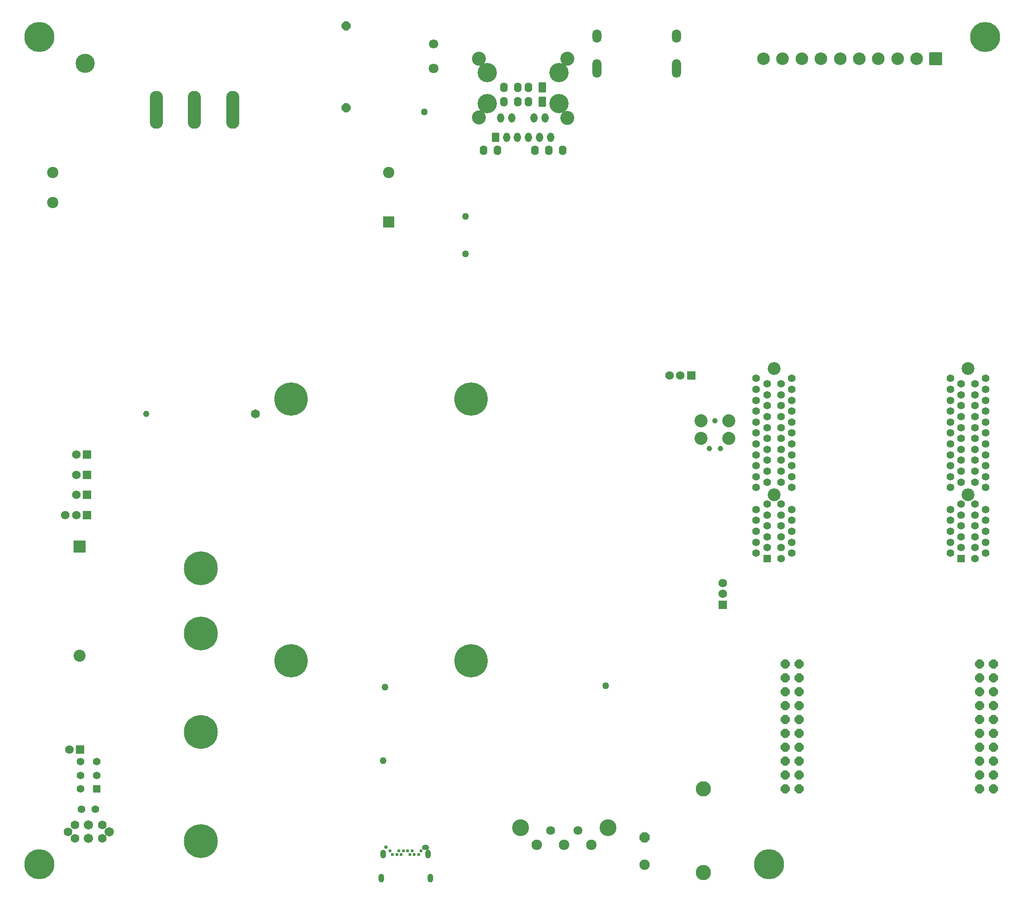
<source format=gbs>
%TF.GenerationSoftware,KiCad,Pcbnew,9.0.5-9.0.5~ubuntu24.04.1*%
%TF.CreationDate,2025-10-11T17:02:06+02:00*%
%TF.ProjectId,BB3plus test mainboard,42423370-6c75-4732-9074-657374206d61,r1B1*%
%TF.SameCoordinates,Original*%
%TF.FileFunction,Soldermask,Bot*%
%TF.FilePolarity,Negative*%
%FSLAX46Y46*%
G04 Gerber Fmt 4.6, Leading zero omitted, Abs format (unit mm)*
G04 Created by KiCad (PCBNEW 9.0.5-9.0.5~ubuntu24.04.1) date 2025-10-11 17:02:06*
%MOMM*%
%LPD*%
G01*
G04 APERTURE LIST*
G04 Aperture macros list*
%AMRoundRect*
0 Rectangle with rounded corners*
0 $1 Rounding radius*
0 $2 $3 $4 $5 $6 $7 $8 $9 X,Y pos of 4 corners*
0 Add a 4 corners polygon primitive as box body*
4,1,4,$2,$3,$4,$5,$6,$7,$8,$9,$2,$3,0*
0 Add four circle primitives for the rounded corners*
1,1,$1+$1,$2,$3*
1,1,$1+$1,$4,$5*
1,1,$1+$1,$6,$7*
1,1,$1+$1,$8,$9*
0 Add four rect primitives between the rounded corners*
20,1,$1+$1,$2,$3,$4,$5,0*
20,1,$1+$1,$4,$5,$6,$7,0*
20,1,$1+$1,$6,$7,$8,$9,0*
20,1,$1+$1,$8,$9,$2,$3,0*%
%AMFreePoly0*
4,1,17,0.413137,0.933901,0.933901,0.413137,0.952500,0.368236,0.952500,-0.368236,0.933901,-0.413137,0.413137,-0.933901,0.368236,-0.952500,-0.368236,-0.952500,-0.413137,-0.933901,-0.933901,-0.413137,-0.952500,-0.368236,-0.952500,0.368236,-0.933901,0.413137,-0.413137,0.933901,-0.368236,0.952500,0.368236,0.952500,0.413137,0.933901,0.413137,0.933901,$1*%
%AMFreePoly1*
4,1,17,0.355561,0.794901,0.794901,0.355561,0.813500,0.310660,0.813500,-0.310660,0.794901,-0.355561,0.355561,-0.794901,0.310660,-0.813500,-0.310660,-0.813500,-0.355561,-0.794901,-0.794901,-0.355561,-0.813500,-0.310660,-0.813500,0.310660,-0.794901,0.355561,-0.355561,0.794901,-0.310660,0.813500,0.310660,0.813500,0.355561,0.794901,0.355561,0.794901,$1*%
%AMFreePoly2*
4,1,17,0.360532,0.806901,0.806901,0.360532,0.825500,0.315631,0.825500,-0.315631,0.806901,-0.360532,0.360532,-0.806901,0.315631,-0.825500,-0.315631,-0.825500,-0.360532,-0.806901,-0.806901,-0.360532,-0.825500,-0.315631,-0.825500,0.315631,-0.806901,0.360532,-0.360532,0.806901,-0.315631,0.825500,0.315631,0.825500,0.360532,0.806901,0.360532,0.806901,$1*%
G04 Aperture macros list end*
%ADD10C,0.010000*%
%ADD11R,1.400000X1.400000*%
%ADD12C,1.400000*%
%ADD13RoundRect,0.102000X0.679000X0.679000X-0.679000X0.679000X-0.679000X-0.679000X0.679000X-0.679000X0*%
%ADD14C,1.562000*%
%ADD15C,0.650000*%
%ADD16C,0.600000*%
%ADD17O,1.004000X1.604000*%
%ADD18RoundRect,0.102000X0.679000X-0.679000X0.679000X0.679000X-0.679000X0.679000X-0.679000X-0.679000X0*%
%ADD19C,1.270000*%
%ADD20RoundRect,0.102000X0.550000X0.750000X-0.550000X0.750000X-0.550000X-0.750000X0.550000X-0.750000X0*%
%ADD21O,1.304000X1.704000*%
%ADD22O,1.404000X1.804000*%
%ADD23RoundRect,0.102000X0.600000X0.800000X-0.600000X0.800000X-0.600000X-0.800000X0.600000X-0.800000X0*%
%ADD24C,2.559000*%
%ADD25C,3.530000*%
%ADD26C,5.500000*%
%ADD27C,2.350000*%
%ADD28RoundRect,0.102000X-0.604000X0.604000X-0.604000X-0.604000X0.604000X-0.604000X0.604000X0.604000X0*%
%ADD29C,1.412000*%
%ADD30FreePoly0,0.000000*%
%ADD31C,1.905000*%
%ADD32C,3.500000*%
%ADD33O,2.400000X4.500000*%
%ADD34C,1.927000*%
%ADD35C,1.627000*%
%ADD36C,3.089000*%
%ADD37C,1.150000*%
%ADD38C,1.650000*%
%ADD39C,6.200000*%
%ADD40C,1.604000*%
%ADD41C,1.704000*%
%ADD42R,2.200000X2.200000*%
%ADD43C,2.200000*%
%ADD44C,1.700000*%
%ADD45C,1.800000*%
%ADD46FreePoly1,90.000000*%
%ADD47C,2.387600*%
%ADD48C,0.990600*%
%ADD49C,6.100000*%
%ADD50C,2.064000*%
%ADD51RoundRect,0.102000X-0.930000X-0.930000X0.930000X-0.930000X0.930000X0.930000X-0.930000X0.930000X0*%
%ADD52FreePoly2,90.000000*%
%ADD53RoundRect,0.102000X1.050000X1.050000X-1.050000X1.050000X-1.050000X-1.050000X1.050000X-1.050000X0*%
%ADD54C,2.304000*%
%ADD55C,2.800000*%
%ADD56O,1.652400X3.452400*%
%ADD57O,1.652400X2.452400*%
G04 APERTURE END LIST*
D10*
X367772000Y-170936000D02*
X367794000Y-170937000D01*
X367816000Y-170940000D01*
X367838000Y-170944000D01*
X367860000Y-170949000D01*
X367881000Y-170956000D01*
X367902000Y-170963000D01*
X367923000Y-170972000D01*
X367943000Y-170981000D01*
X367962000Y-170992000D01*
X367981000Y-171004000D01*
X368000000Y-171016000D01*
X368017000Y-171030000D01*
X368034000Y-171044000D01*
X368051000Y-171059000D01*
X368066000Y-171076000D01*
X368080000Y-171093000D01*
X368094000Y-171110000D01*
X368106000Y-171129000D01*
X368118000Y-171147000D01*
X368129000Y-171167000D01*
X368138000Y-171187000D01*
X368147000Y-171208000D01*
X368154000Y-171229000D01*
X368161000Y-171250000D01*
X368166000Y-171272000D01*
X368170000Y-171294000D01*
X368173000Y-171316000D01*
X368174000Y-171338000D01*
X368175000Y-171360000D01*
X368174000Y-171382000D01*
X368173000Y-171404000D01*
X368170000Y-171426000D01*
X368166000Y-171448000D01*
X368161000Y-171470000D01*
X368154000Y-171491000D01*
X368147000Y-171512000D01*
X368138000Y-171533000D01*
X368129000Y-171553000D01*
X368118000Y-171572000D01*
X368106000Y-171591000D01*
X368094000Y-171610000D01*
X368080000Y-171627000D01*
X368066000Y-171644000D01*
X368051000Y-171661000D01*
X368034000Y-171676000D01*
X368017000Y-171690000D01*
X368000000Y-171704000D01*
X367981000Y-171716000D01*
X367962000Y-171728000D01*
X367943000Y-171739000D01*
X367923000Y-171748000D01*
X367902000Y-171757000D01*
X367881000Y-171764000D01*
X367860000Y-171771000D01*
X367838000Y-171776000D01*
X367816000Y-171780000D01*
X367794000Y-171783000D01*
X367772000Y-171784000D01*
X367750000Y-171785000D01*
X367450000Y-171785000D01*
X367428000Y-171784000D01*
X367406000Y-171783000D01*
X367384000Y-171780000D01*
X367362000Y-171776000D01*
X367340000Y-171771000D01*
X367319000Y-171764000D01*
X367298000Y-171757000D01*
X367277000Y-171748000D01*
X367257000Y-171739000D01*
X367237000Y-171728000D01*
X367219000Y-171716000D01*
X367200000Y-171704000D01*
X367183000Y-171690000D01*
X367166000Y-171676000D01*
X367149000Y-171661000D01*
X367134000Y-171644000D01*
X367120000Y-171627000D01*
X367106000Y-171610000D01*
X367094000Y-171591000D01*
X367082000Y-171572000D01*
X367071000Y-171553000D01*
X367062000Y-171533000D01*
X367053000Y-171512000D01*
X367046000Y-171491000D01*
X367039000Y-171470000D01*
X367034000Y-171448000D01*
X367030000Y-171426000D01*
X367027000Y-171404000D01*
X367026000Y-171382000D01*
X367025000Y-171360000D01*
X367026000Y-171338000D01*
X367027000Y-171316000D01*
X367030000Y-171294000D01*
X367034000Y-171272000D01*
X367039000Y-171250000D01*
X367046000Y-171229000D01*
X367053000Y-171208000D01*
X367062000Y-171187000D01*
X367071000Y-171167000D01*
X367082000Y-171147000D01*
X367094000Y-171129000D01*
X367106000Y-171110000D01*
X367120000Y-171093000D01*
X367134000Y-171076000D01*
X367149000Y-171059000D01*
X367166000Y-171044000D01*
X367183000Y-171030000D01*
X367200000Y-171016000D01*
X367219000Y-171004000D01*
X367237000Y-170992000D01*
X367257000Y-170981000D01*
X367277000Y-170972000D01*
X367298000Y-170963000D01*
X367319000Y-170956000D01*
X367340000Y-170949000D01*
X367362000Y-170944000D01*
X367384000Y-170940000D01*
X367406000Y-170937000D01*
X367428000Y-170936000D01*
X367450000Y-170935000D01*
X367750000Y-170935000D01*
X367772000Y-170936000D01*
G36*
X367772000Y-170936000D02*
G01*
X367794000Y-170937000D01*
X367816000Y-170940000D01*
X367838000Y-170944000D01*
X367860000Y-170949000D01*
X367881000Y-170956000D01*
X367902000Y-170963000D01*
X367923000Y-170972000D01*
X367943000Y-170981000D01*
X367962000Y-170992000D01*
X367981000Y-171004000D01*
X368000000Y-171016000D01*
X368017000Y-171030000D01*
X368034000Y-171044000D01*
X368051000Y-171059000D01*
X368066000Y-171076000D01*
X368080000Y-171093000D01*
X368094000Y-171110000D01*
X368106000Y-171129000D01*
X368118000Y-171147000D01*
X368129000Y-171167000D01*
X368138000Y-171187000D01*
X368147000Y-171208000D01*
X368154000Y-171229000D01*
X368161000Y-171250000D01*
X368166000Y-171272000D01*
X368170000Y-171294000D01*
X368173000Y-171316000D01*
X368174000Y-171338000D01*
X368175000Y-171360000D01*
X368174000Y-171382000D01*
X368173000Y-171404000D01*
X368170000Y-171426000D01*
X368166000Y-171448000D01*
X368161000Y-171470000D01*
X368154000Y-171491000D01*
X368147000Y-171512000D01*
X368138000Y-171533000D01*
X368129000Y-171553000D01*
X368118000Y-171572000D01*
X368106000Y-171591000D01*
X368094000Y-171610000D01*
X368080000Y-171627000D01*
X368066000Y-171644000D01*
X368051000Y-171661000D01*
X368034000Y-171676000D01*
X368017000Y-171690000D01*
X368000000Y-171704000D01*
X367981000Y-171716000D01*
X367962000Y-171728000D01*
X367943000Y-171739000D01*
X367923000Y-171748000D01*
X367902000Y-171757000D01*
X367881000Y-171764000D01*
X367860000Y-171771000D01*
X367838000Y-171776000D01*
X367816000Y-171780000D01*
X367794000Y-171783000D01*
X367772000Y-171784000D01*
X367750000Y-171785000D01*
X367450000Y-171785000D01*
X367428000Y-171784000D01*
X367406000Y-171783000D01*
X367384000Y-171780000D01*
X367362000Y-171776000D01*
X367340000Y-171771000D01*
X367319000Y-171764000D01*
X367298000Y-171757000D01*
X367277000Y-171748000D01*
X367257000Y-171739000D01*
X367237000Y-171728000D01*
X367219000Y-171716000D01*
X367200000Y-171704000D01*
X367183000Y-171690000D01*
X367166000Y-171676000D01*
X367149000Y-171661000D01*
X367134000Y-171644000D01*
X367120000Y-171627000D01*
X367106000Y-171610000D01*
X367094000Y-171591000D01*
X367082000Y-171572000D01*
X367071000Y-171553000D01*
X367062000Y-171533000D01*
X367053000Y-171512000D01*
X367046000Y-171491000D01*
X367039000Y-171470000D01*
X367034000Y-171448000D01*
X367030000Y-171426000D01*
X367027000Y-171404000D01*
X367026000Y-171382000D01*
X367025000Y-171360000D01*
X367026000Y-171338000D01*
X367027000Y-171316000D01*
X367030000Y-171294000D01*
X367034000Y-171272000D01*
X367039000Y-171250000D01*
X367046000Y-171229000D01*
X367053000Y-171208000D01*
X367062000Y-171187000D01*
X367071000Y-171167000D01*
X367082000Y-171147000D01*
X367094000Y-171129000D01*
X367106000Y-171110000D01*
X367120000Y-171093000D01*
X367134000Y-171076000D01*
X367149000Y-171059000D01*
X367166000Y-171044000D01*
X367183000Y-171030000D01*
X367200000Y-171016000D01*
X367219000Y-171004000D01*
X367237000Y-170992000D01*
X367257000Y-170981000D01*
X367277000Y-170972000D01*
X367298000Y-170963000D01*
X367319000Y-170956000D01*
X367340000Y-170949000D01*
X367362000Y-170944000D01*
X367384000Y-170940000D01*
X367406000Y-170937000D01*
X367428000Y-170936000D01*
X367450000Y-170935000D01*
X367750000Y-170935000D01*
X367772000Y-170936000D01*
G37*
D11*
X307500000Y-160700000D03*
D12*
X307500000Y-158200000D03*
X307500000Y-155700000D03*
X304500000Y-160700000D03*
X304500000Y-158200000D03*
X304500000Y-155700000D03*
X307270000Y-164400000D03*
X304730000Y-164400000D03*
D13*
X305740000Y-110513333D03*
D14*
X303740000Y-110513333D03*
X301740000Y-110513333D03*
D15*
X360400000Y-171360000D03*
X367600000Y-171360000D03*
D16*
X366800000Y-172010000D03*
X366400000Y-172710000D03*
X365600000Y-172710000D03*
X365200000Y-172010000D03*
X364800000Y-172710000D03*
X364400000Y-172010000D03*
X363600000Y-172010000D03*
X363200000Y-172710000D03*
X362800000Y-172010000D03*
X362400000Y-172710000D03*
X361600000Y-172710000D03*
X361200000Y-172010000D03*
D17*
X359510000Y-177000000D03*
X359870000Y-172600000D03*
X368130000Y-172600000D03*
X368490000Y-177000000D03*
D13*
X416270000Y-84930000D03*
D14*
X414270000Y-84930000D03*
X412270000Y-84930000D03*
D18*
X422050000Y-126957500D03*
D14*
X422050000Y-124957500D03*
X422050000Y-122957500D03*
D19*
X374990000Y-62720000D03*
D20*
X380425000Y-41330000D03*
D21*
X382455000Y-41330000D03*
X384485000Y-41330000D03*
X386515000Y-41330000D03*
X388545000Y-41330000D03*
X390575000Y-41330000D03*
X381435000Y-37770000D03*
X383470000Y-37770000D03*
X387530000Y-37770000D03*
X389565000Y-37770000D03*
D22*
X378275000Y-43770000D03*
X380815000Y-43770000D03*
X387660000Y-43770000D03*
X390185000Y-43770000D03*
X392725000Y-43770000D03*
D23*
X389005000Y-32190000D03*
D22*
X386505000Y-32190000D03*
X384495000Y-32190000D03*
X381995000Y-32190000D03*
D24*
X393565000Y-26980000D03*
X393555000Y-37770000D03*
D25*
X392065000Y-35180000D03*
X392065000Y-29490000D03*
X378935000Y-35180000D03*
X378935000Y-29490000D03*
D24*
X377445000Y-37700000D03*
X377435000Y-26980000D03*
D23*
X389005000Y-34810000D03*
D22*
X386505000Y-34810000D03*
X384495000Y-34810000D03*
X381995000Y-34810000D03*
D26*
X470000000Y-23000000D03*
D27*
X431415000Y-83700000D03*
X431415000Y-106850000D03*
D28*
X430165000Y-118500000D03*
D29*
X428165000Y-117500000D03*
X430165000Y-116500000D03*
X428165000Y-115500000D03*
X430165000Y-114500000D03*
X428165000Y-113500000D03*
X430165000Y-112500000D03*
X428165000Y-111500000D03*
X430165000Y-110500000D03*
X428165000Y-109500000D03*
X430165000Y-108500000D03*
X428165000Y-105500000D03*
X430165000Y-104500000D03*
X428165000Y-103500000D03*
X430165000Y-102500000D03*
X428165000Y-101500000D03*
X430165000Y-100500000D03*
X428165000Y-99500000D03*
X430165000Y-98500000D03*
X428165000Y-97500000D03*
X430165000Y-96500000D03*
X428165000Y-95500000D03*
X430165000Y-94500000D03*
X428165000Y-93500000D03*
X430165000Y-92500000D03*
X428165000Y-91500000D03*
X430165000Y-90500000D03*
X428165000Y-89500000D03*
X430165000Y-88500000D03*
X428165000Y-87500000D03*
X430165000Y-86500000D03*
X428165000Y-85500000D03*
X432665000Y-118500000D03*
X434665000Y-117500000D03*
X432665000Y-116500000D03*
X434665000Y-115500000D03*
X432665000Y-114500000D03*
X434665000Y-113500000D03*
X432665000Y-112500000D03*
X434665000Y-111500000D03*
X432665000Y-110500000D03*
X434665000Y-109500000D03*
X432665000Y-108500000D03*
X434665000Y-105500000D03*
X432665000Y-104500000D03*
X434665000Y-103500000D03*
X432665000Y-102500000D03*
X434665000Y-101500000D03*
X432665000Y-100500000D03*
X434665000Y-99500000D03*
X432665000Y-98500000D03*
X434665000Y-97500000D03*
X432665000Y-96500000D03*
X434665000Y-95500000D03*
X432665000Y-94500000D03*
X434665000Y-93500000D03*
X432665000Y-92500000D03*
X434665000Y-91500000D03*
X432665000Y-90500000D03*
X434665000Y-89500000D03*
X432665000Y-88500000D03*
X434665000Y-87500000D03*
X432665000Y-86500000D03*
X434665000Y-85500000D03*
D30*
X407710000Y-169570000D03*
D31*
X407710000Y-174570000D03*
D32*
X305380000Y-27830000D03*
D33*
X332380000Y-37530000D03*
X332380000Y-35130000D03*
X318380000Y-37530000D03*
X318380000Y-35130000D03*
X325380000Y-37530000D03*
X325380000Y-35130000D03*
D34*
X388000000Y-170900000D03*
X393000000Y-170900000D03*
X398000000Y-170900000D03*
D35*
X390500000Y-168300000D03*
X395500000Y-168300000D03*
D36*
X401000000Y-167800000D03*
X385000000Y-167800000D03*
D19*
X367400000Y-36710000D03*
D37*
X316500000Y-92000000D03*
D38*
X336500000Y-92000000D03*
D39*
X326500000Y-120250000D03*
X326500000Y-132250000D03*
X326500000Y-150250000D03*
X326500000Y-170250000D03*
D40*
X308500000Y-167250000D03*
D41*
X306000000Y-167250000D03*
D40*
X303500000Y-167250000D03*
X308500000Y-169750000D03*
D41*
X306000000Y-169750000D03*
D40*
X303500000Y-169750000D03*
D41*
X309800000Y-168500000D03*
D40*
X302200000Y-168500000D03*
D13*
X305740000Y-99440000D03*
D14*
X303740000Y-99440000D03*
D42*
X304380000Y-116270000D03*
D43*
X304380000Y-136270000D03*
D44*
X369094889Y-24290761D03*
D45*
X369094889Y-28790761D03*
D19*
X400640000Y-141780000D03*
D26*
X430500000Y-174500000D03*
D13*
X304450000Y-153440000D03*
D14*
X302450000Y-153440000D03*
D13*
X305740000Y-103131111D03*
D14*
X303740000Y-103131111D03*
D46*
X469000000Y-160660000D03*
X471540000Y-160660000D03*
X469000000Y-158120000D03*
X471540000Y-158120000D03*
X469000000Y-155580000D03*
X471540000Y-155580000D03*
X469000000Y-153040000D03*
X471540000Y-153040000D03*
X469000000Y-150500000D03*
X471540000Y-150500000D03*
X469000000Y-147960000D03*
X471540000Y-147960000D03*
X469000000Y-145420000D03*
X471540000Y-145420000D03*
X469000000Y-142880000D03*
X471540000Y-142880000D03*
X469000000Y-140340000D03*
X471540000Y-140340000D03*
X469000000Y-137800000D03*
X471540000Y-137800000D03*
D47*
X423120000Y-93290000D03*
D48*
X420580000Y-93290000D03*
D47*
X418040000Y-93290000D03*
X423120000Y-96465000D03*
X418040000Y-96465000D03*
D48*
X421596000Y-98370000D03*
X419564000Y-98370000D03*
D19*
X360240000Y-142020000D03*
D49*
X343000000Y-89250000D03*
X343000000Y-137250000D03*
X376000000Y-89250000D03*
X376000000Y-137250000D03*
D50*
X299430000Y-47820000D03*
X299430000Y-53320000D03*
D51*
X360930000Y-56820000D03*
D50*
X360930000Y-47820000D03*
D19*
X359900000Y-155500000D03*
D26*
X297000000Y-174500000D03*
X297000000Y-23000000D03*
D52*
X353110000Y-35986000D03*
X353110000Y-21000000D03*
D13*
X305740000Y-106822222D03*
D14*
X303740000Y-106822222D03*
D53*
X461000000Y-27000000D03*
D54*
X457500000Y-27000000D03*
X454000000Y-27000000D03*
X450500000Y-27000000D03*
X447000000Y-27000000D03*
X443500000Y-27000000D03*
X440000000Y-27000000D03*
X436500000Y-27000000D03*
X433000000Y-27000000D03*
X429500000Y-27000000D03*
D55*
X418500000Y-176000000D03*
X418500000Y-160700000D03*
D19*
X374973501Y-55870000D03*
D46*
X433500000Y-160660000D03*
X436040000Y-160660000D03*
X433500000Y-158120000D03*
X436040000Y-158120000D03*
X433500000Y-155580000D03*
X436040000Y-155580000D03*
X433500000Y-153040000D03*
X436040000Y-153040000D03*
X433500000Y-150500000D03*
X436040000Y-150500000D03*
X433500000Y-147960000D03*
X436040000Y-147960000D03*
X433500000Y-145420000D03*
X436040000Y-145420000D03*
X433500000Y-142880000D03*
X436040000Y-142880000D03*
X433500000Y-140340000D03*
X436040000Y-140340000D03*
X433500000Y-137800000D03*
X436040000Y-137800000D03*
D56*
X413544889Y-28750761D03*
D57*
X413544889Y-22790761D03*
D56*
X399044889Y-28750761D03*
D57*
X399044889Y-22790761D03*
D27*
X466915000Y-83700000D03*
X466915000Y-106850000D03*
D28*
X465665000Y-118500000D03*
D29*
X463665000Y-117500000D03*
X465665000Y-116500000D03*
X463665000Y-115500000D03*
X465665000Y-114500000D03*
X463665000Y-113500000D03*
X465665000Y-112500000D03*
X463665000Y-111500000D03*
X465665000Y-110500000D03*
X463665000Y-109500000D03*
X465665000Y-108500000D03*
X463665000Y-105500000D03*
X465665000Y-104500000D03*
X463665000Y-103500000D03*
X465665000Y-102500000D03*
X463665000Y-101500000D03*
X465665000Y-100500000D03*
X463665000Y-99500000D03*
X465665000Y-98500000D03*
X463665000Y-97500000D03*
X465665000Y-96500000D03*
X463665000Y-95500000D03*
X465665000Y-94500000D03*
X463665000Y-93500000D03*
X465665000Y-92500000D03*
X463665000Y-91500000D03*
X465665000Y-90500000D03*
X463665000Y-89500000D03*
X465665000Y-88500000D03*
X463665000Y-87500000D03*
X465665000Y-86500000D03*
X463665000Y-85500000D03*
X468165000Y-118500000D03*
X470165000Y-117500000D03*
X468165000Y-116500000D03*
X470165000Y-115500000D03*
X468165000Y-114500000D03*
X470165000Y-113500000D03*
X468165000Y-112500000D03*
X470165000Y-111500000D03*
X468165000Y-110500000D03*
X470165000Y-109500000D03*
X468165000Y-108500000D03*
X470165000Y-105500000D03*
X468165000Y-104500000D03*
X470165000Y-103500000D03*
X468165000Y-102500000D03*
X470165000Y-101500000D03*
X468165000Y-100500000D03*
X470165000Y-99500000D03*
X468165000Y-98500000D03*
X470165000Y-97500000D03*
X468165000Y-96500000D03*
X470165000Y-95500000D03*
X468165000Y-94500000D03*
X470165000Y-93500000D03*
X468165000Y-92500000D03*
X470165000Y-91500000D03*
X468165000Y-90500000D03*
X470165000Y-89500000D03*
X468165000Y-88500000D03*
X470165000Y-87500000D03*
X468165000Y-86500000D03*
X470165000Y-85500000D03*
M02*

</source>
